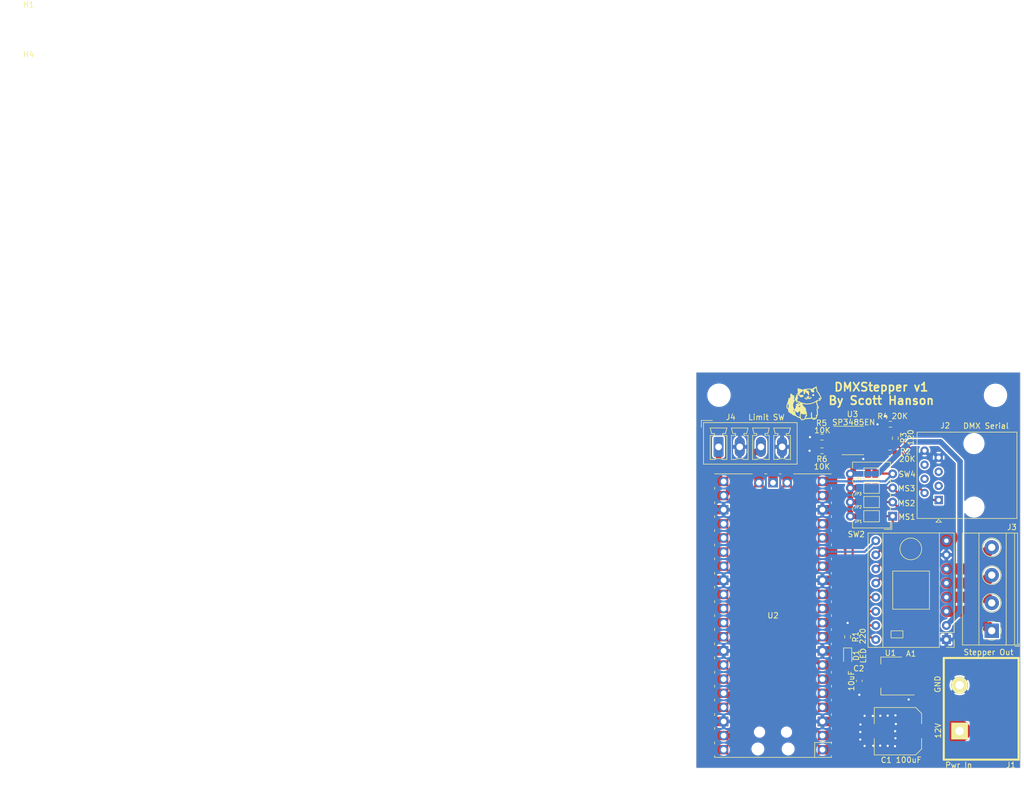
<source format=kicad_pcb>
(kicad_pcb (version 20221018) (generator pcbnew)
  (title_block (title "DMXStepper") (date "2023-03-12") (rev "v1") (company "Scott Hanson"))
  (layers (0 "F.Cu" signal) (31 "B.Cu" signal) (34 "B.Paste" user) (35 "F.Paste" user) (36 "B.SilkS" user "B.Silkscreen") (37 "F.SilkS" user "F.Silkscreen") (38 "B.Mask" user) (39 "F.Mask" user) (44 "Edge.Cuts" user))
  (net 0 "")
  (net 1 "GND")
  (net 2 "+5V")
  (net 3 "+3V3")
  (net 4 "+12V")
  (net 5 "Net-(D1-K)")
  (net 6 "Net-(D1-A)")
  (net 7 "EN")
  (net 8 "MS1")
  (net 9 "MS2")
  (net 10 "MS3")
  (net 11 "Net-(A1-~{RESET})")
  (net 12 "STEP")
  (net 13 "DIR")
  (net 14 "Net-(U3-A)")
  (net 15 "Net-(U3-B)")
  (net 20 "SW4")
  (net 21 "Net-(U3-DE)")
  (net 22 "Net-(U3-DI)")
  (net 27 "DMX_OUT")
  (net 45 "/1B")
  (net 46 "/1A")
  (net 47 "/2A")
  (net 48 "/2B")
  (net 50 "Net-(J4-Pin_3)")
  (net 51 "Net-(J4-Pin_1)")
  (footprint "PicoDMXStepper:BARRIER_BLOCK_1ROW_2POS_P8.26MM" (layer "F.Cu") (at 175.35 125.95 90)
    (fp_text reference "J1" (at -10.125 5.35 180) (layer "F.SilkS"))
    (fp_text value "Pwr In" (at -10.125 -4.05 180) (layer "F.SilkS") (effects (font (thickness 0.1524))))
    (pad "1" thru_hole rect (at -3.99796 -3.8862 90) (size 3 3) (drill 1.5) (layers "*.Cu" "*.Mask" "F.SilkS") (net 4 "+12V"))
    (pad "2" thru_hole circle (at 4.25196 -3.8862 90) (size 3 3) (drill 1.5) (layers "*.Cu" "*.Mask" "F.SilkS") (net 1 "GND"))
  )
  (footprint "Capacitor_SMD:C_Elec_8x10.2" (layer "F.Cu") (at 160.375 129.975 180)
    (fp_text reference "C1" (at 2.1075 -5.2 180) (layer "F.SilkS"))
    (fp_text value "100uF" (at -1.9175 -5.175 180) (layer "F.SilkS"))
    (pad "1" smd roundrect (at -3.6 0 180) (size 4.5 2.1) (layers "F.Cu" "F.Paste" "F.Mask") (roundrect_rratio 0.1190480952) (net 4 "+12V"))
    (pad "2" smd roundrect (at 3.6 0 180) (size 4.5 2.1) (layers "F.Cu" "F.Paste" "F.Mask") (roundrect_rratio 0.1190480952) (net 1 "GND"))
  )
  (footprint "Capacitor_SMD:C_0603_1608Metric_Pad1.08x0.95mm_HandSolder" (layer "F.Cu") (at 153.425 120.925 -90)
    (fp_text reference "C2" (at -2.225 0.1) (layer "F.SilkS"))
    (fp_text value "10uF" (at 0 1.43 -90) (layer "F.SilkS"))
    (pad "1" smd roundrect (at -0.8625 0 270) (size 1.075 0.95) (layers "F.Cu" "F.Paste" "F.Mask") (net 2 "+5V"))
    (pad "2" smd roundrect (at 0.8625 0 270) (size 1.075 0.95) (layers "F.Cu" "F.Paste" "F.Mask") (net 1 "GND"))
  )
  (footprint "MountingHole:MountingHole_3.7mm" (layer "F.Cu") (at 128.175 69.525)
    (fp_text reference "H3")
    (fp_text value "MountingHole")
    (pad "" np_thru_hole circle (at 0 0) (size 3.7 3.7) (drill 3.7) (layers "*.Cu" "*.Mask"))
  )
  (footprint "MountingHole:MountingHole_3.7mm" (layer "F.Cu") (at 177.925 69.55)
    (fp_text reference "H2")
    (fp_text value "MountingHole")
    (pad "" np_thru_hole circle (at 0 0) (size 3.7 3.7) (drill 3.7) (layers "*.Cu" "*.Mask"))
  )
  (footprint "PicoDMXStepper:RJ45_Amphenol_54602-x08_Horizontal" (layer "F.Cu") (at 167.7 88.3825 90)
    (fp_text reference "J2" (at 13.3825 1.175 180) (layer "F.SilkS"))
    (fp_text value "DMX Serial" (at 13.3325 8.525 180) (layer "F.SilkS"))
    (pad "" np_thru_hole circle (at -1.27 6.35 90) (size 3.3 3.3) (drill 3.3) (layers "F&B.Cu" "*.Mask"))
    (pad "" np_thru_hole circle (at 10.16 6.35 90) (size 3.3 3.3) (drill 3.3) (layers "F&B.Cu" "*.Mask"))
    (pad "1" thru_hole rect (at 0 0 90) (size 1.5 1.5) (drill 0.76) (layers "*.Cu" "*.Mask") (net 14 "Net-(U3-A)"))
    (pad "2" thru_hole circle (at 1.27 -2.54 90) (size 1.5 1.5) (drill 0.76) (layers "*.Cu" "*.Mask") (net 15 "Net-(U3-B)"))
    (pad "3" thru_hole circle (at 2.54 0 90) (size 1.5 1.5) (drill 0.76) (layers "*.Cu" "*.Mask"))
    (pad "4" thru_hole circle (at 3.81 -2.54 90) (size 1.5 1.5) (drill 0.76) (layers "*.Cu" "*.Mask"))
    (pad "5" thru_hole circle (at 5.08 0 90) (size 1.5 1.5) (drill 0.76) (layers "*.Cu" "*.Mask"))
    (pad "6" thru_hole circle (at 6.35 -2.54 90) (size 1.5 1.5) (drill 0.76) (layers "*.Cu" "*.Mask"))
    (pad "7" thru_hole circle (at 7.62 0 90) (size 1.5 1.5) (drill 0.76) (layers "*.Cu" "*.Mask") (net 1 "GND"))
    (pad "8" thru_hole circle (at 8.89 -2.54 90) (size 1.5 1.5) (drill 0.76) (layers "*.Cu" "*.Mask") (net 1 "GND"))
  )
  (footprint "Resistor_SMD:R_0603_1608Metric_Pad0.98x0.95mm_HandSolder" (layer "F.Cu") (at 151.325 113 -90)
    (fp_text reference "R1" (at 0 -1.43 90) (layer "F.SilkS"))
    (fp_text value "220" (at -0.125 -2.725 90) (layer "F.SilkS"))
    (pad "1" smd roundrect (at -0.9125 0 270) (size 0.975 0.95) (layers "F.Cu" "F.Paste" "F.Mask") (net 1 "GND"))
    (pad "2" smd roundrect (at 0.9125 0 270) (size 0.975 0.95) (layers "F.Cu" "F.Paste" "F.Mask") (net 5 "Net-(D1-K)"))
  )
  (footprint "Module:Pololu_Breakout-16_15.2x20.3mm" (layer "F.Cu") (at 169.09 113.49 180)
    (fp_text reference "A1" (at 6.35 -2.54) (layer "F.SilkS"))
    (fp_text value "Pololu_Breakout_A4988")
    (pad "1" thru_hole rect (at 0 0 180) (size 1.6 1.6) (drill 0.8) (layers "*.Cu" "*.Mask") (net 1 "GND"))
    (pad "2" thru_hole oval (at 0 2.54 180) (size 1.6 1.6) (drill 0.8) (layers "*.Cu" "*.Mask") (net 3 "+3V3"))
    (pad "3" thru_hole oval (at 0 5.08 180) (size 1.6 1.6) (drill 0.8) (layers "*.Cu" "*.Mask") (net 45 "/1B"))
    (pad "4" thru_hole oval (at 0 7.62 180) (size 1.6 1.6) (drill 0.8) (layers "*.Cu" "*.Mask") (net 46 "/1A"))
    (pad "5" thru_hole oval (at 0 10.16 180) (size 1.6 1.6) (drill 0.8) (layers "*.Cu" "*.Mask") (net 47 "/2A"))
    (pad "6" thru_hole oval (at 0 12.7 180) (size 1.6 1.6) (drill 0.8) (layers "*.Cu" "*.Mask") (net 48 "/2B"))
    (pad "7" thru_hole oval (at 0 15.24 180) (size 1.6 1.6) (drill 0.8) (layers "*.Cu" "*.Mask") (net 1 "GND"))
    (pad "8" thru_hole oval (at 0 17.78 180) (size 1.6 1.6) (drill 0.8) (layers "*.Cu" "*.Mask") (net 4 "+12V"))
    (pad "9" thru_hole oval (at 12.7 17.78 180) (size 1.6 1.6) (drill 0.8) (layers "*.Cu" "*.Mask") (net 7 "EN"))
    (pad "10" thru_hole oval (at 12.7 15.24 180) (size 1.6 1.6) (drill 0.8) (layers "*.Cu" "*.Mask") (net 8 "MS1"))
    (pad "11" thru_hole oval (at 12.7 12.7 180) (size 1.6 1.6) (drill 0.8) (layers "*.Cu" "*.Mask") (net 9 "MS2"))
    (pad "12" thru_hole oval (at 12.7 10.16 180) (size 1.6 1.6) (drill 0.8) (layers "*.Cu" "*.Mask") (net 10 "MS3"))
    (pad "13" thru_hole oval (at 12.7 7.62 180) (size 1.6 1.6) (drill 0.8) (layers "*.Cu" "*.Mask") (net 11 "Net-(A1-~{RESET})"))
    (pad "14" thru_hole oval (at 12.7 5.08 180) (size 1.6 1.6) (drill 0.8) (layers "*.Cu" "*.Mask") (net 11 "Net-(A1-~{RESET})"))
    (pad "15" thru_hole oval (at 12.7 2.54 180) (size 1.6 1.6) (drill 0.8) (layers "*.Cu" "*.Mask") (net 12 "STEP"))
    (pad "16" thru_hole oval (at 12.7 0 180) (size 1.6 1.6) (drill 0.8) (layers "*.Cu" "*.Mask") (net 13 "DIR"))
  )
  (footprint "Jumper:SolderJumper-2_P1.3mm_Open_Pad1.0x1.5mm" (layer "F.Cu") (at 155.625 83.625)
    (fp_text reference "JP4" (at -2.375 1) (layer "F.SilkS") (effects (font (size 0.5 0.5) (thickness 0.1) bold)))
    (fp_text value "SW4" (at 6.4 0.125) (layer "F.SilkS"))
    (pad "1" smd rect (at -0.65 0) (size 1 1.5) (layers "F.Cu" "F.Mask") (net 3 "+3V3"))
    (pad "2" smd rect (at 0.65 0) (size 1 1.5) (layers "F.Cu" "F.Mask") (net 20 "SW4"))
  )
  (footprint "Resistor_SMD:R_0603_1608Metric_Pad0.98x0.95mm_HandSolder" (layer "F.Cu") (at 146.7 77.075 180)
    (fp_text reference "R5" (at 0.075 2.525) (layer "F.SilkS"))
    (fp_text value "10K" (at -0.075 1.225) (layer "F.SilkS"))
    (pad "1" smd roundrect (at -0.9125 0 180) (size 0.975 0.95) (layers "F.Cu" "F.Paste" "F.Mask") (net 21 "Net-(U3-DE)"))
    (pad "2" smd roundrect (at 0.9125 0 180) (size 0.975 0.95) (layers "F.Cu" "F.Paste" "F.Mask") (net 1 "GND"))
  )
  (footprint "Resistor_SMD:R_0603_1608Metric_Pad0.98x0.95mm_HandSolder" (layer "F.Cu") (at 146.7 79.525 180)
    (fp_text reference "R6" (at 0 -1.5) (layer "F.SilkS"))
    (fp_text value "10K" (at 0 -2.85) (layer "F.SilkS"))
    (pad "1" smd roundrect (at -0.9125 0 180) (size 0.975 0.95) (layers "F.Cu" "F.Paste" "F.Mask") (net 22 "Net-(U3-DI)"))
    (pad "2" smd roundrect (at 0.9125 0 180) (size 0.975 0.95) (layers "F.Cu" "F.Paste" "F.Mask") (net 1 "GND"))
  )
  (footprint "Package_TO_SOT_SMD:SOT-223-3_TabPin2" (layer "F.Cu") (at 159.2 120.05 180)
    (fp_text reference "U1" (at 0.175 4.15) (layer "F.SilkS"))
    (fp_text value "AMS1117-5.0")
    (pad "1" smd rect (at -3.15 -2.3 180) (size 2 1.5) (layers "F.Cu" "F.Paste" "F.Mask") (net 1 "GND"))
    (pad "2" smd rect (at -3.15 0 180) (size 2 1.5) (layers "F.Cu" "F.Paste" "F.Mask") (net 2 "+5V"))
    (pad "2" smd rect (at 3.15 0 180) (size 2 3.8) (layers "F.Cu" "F.Paste" "F.Mask") (net 2 "+5V"))
    (pad "3" smd rect (at -3.15 2.3 180) (size 2 1.5) (layers "F.Cu" "F.Paste" "F.Mask") (net 4 "+12V"))
  )
  (footprint "TerminalBlock_Phoenix:TerminalBlock_Phoenix_MKDS-1,5-4_1x04_P5.00mm_Horizontal" (layer "F.Cu") (at 177.25 111.9 90)
    (fp_text reference "J3" (at 18.625 3.625 180) (layer "F.SilkS"))
    (fp_text value "Stepper Out" (at -3.875 -0.575 180) (layer "F.SilkS"))
    (pad "1" thru_hole rect (at 0 0 90) (size 2.6 2.6) (drill 1.3) (layers "*.Cu" "*.Mask") (net 45 "/1B"))
    (pad "2" thru_hole circle (at 5 0 90) (size 2.6 2.6) (drill 1.3) (layers "*.Cu" "*.Mask") (net 46 "/1A"))
    (pad "3" thru_hole circle (at 10 0 90) (size 2.6 2.6) (drill 1.3) (layers "*.Cu" "*.Mask") (net 47 "/2A"))
    (pad "4" thru_hole circle (at 15 0 90) (size 2.6 2.6) (drill 1.3) (layers "*.Cu" "*.Mask") (net 48 "/2B"))
  )
  (footprint "Jumper:SolderJumper-2_P1.3mm_Open_Pad1.0x1.5mm" (layer "F.Cu") (at 155.625 86.175)
    (fp_text reference "JP3" (at -2.45 1.1) (layer "F.SilkS") (effects (font (size 0.5 0.5) (thickness 0.1) bold)))
    (fp_text value "MS3" (at 6.325 0.125) (layer "F.SilkS"))
    (pad "1" smd rect (at -0.65 0) (size 1 1.5) (layers "F.Cu" "F.Mask") (net 3 "+3V3"))
    (pad "2" smd rect (at 0.65 0) (size 1 1.5) (layers "F.Cu" "F.Mask") (net 10 "MS3"))
  )
  (footprint "MountingHole:MountingHole_3.7mm" (layer "F.Cu") (at 3.975 3.975)
    (fp_text reference "H1" (at 0 -4.7) (layer "F.SilkS"))
    (fp_text value "MountingHole")
    (pad "" np_thru_hole circle (at 0 0) (size 3.7 3.7) (drill 3.7) (layers "*.Cu" "*.Mask"))
  )
  (footprint "Jumper:SolderJumper-2_P1.3mm_Open_Pad1.0x1.5mm" (layer "F.Cu") (at 155.625 91.3)
    (fp_text reference "JP1" (at -2.375 0.925) (layer "F.SilkS") (effects (font (size 0.5 0.5) (thickness 0.1) bold)))
    (fp_text value "MS1" (at 6.375 0.125) (layer "F.SilkS"))
    (pad "1" smd rect (at -0.65 0) (size 1 1.5) (layers "F.Cu" "F.Mask") (net 3 "+3V3"))
    (pad "2" smd rect (at 0.65 0) (size 1 1.5) (layers "F.Cu" "F.Mask") (net 8 "MS1"))
  )
  (footprint "LED_SMD:LED_0603_1608Metric_Pad1.05x0.95mm_HandSolder" (layer "F.Cu") (at 151.325 116.65 -90)
    (fp_text reference "D1" (at -0.3125 -1.525 90) (layer "F.SilkS"))
    (fp_text value "LED" (at -0.2625 -2.8 90) (layer "F.SilkS"))
    (pad "1" smd roundrect (at -0.875 0 270) (size 1.05 0.95) (layers "F.Cu" "F.Paste" "F.Mask") (net 5 "Net-(D1-K)"))
    (pad "2" smd roundrect (at 0.875 0 270) (size 1.05 0.95) (layers "F.Cu" "F.Paste" "F.Mask") (net 6 "Net-(D1-A)"))
  )
  (footprint "Resistor_SMD:R_0603_1608Metric_Pad0.98x0.95mm_HandSolder" (layer "F.Cu") (at 159.025 74.75 180)
    (fp_text reference "R4" (at 1.375 1.425) (layer "F.SilkS"))
    (fp_text value "20K" (at -1.675 1.45) (layer "F.SilkS"))
    (pad "1" smd roundrect (at -0.9125 0 180) (size 0.975 0.95) (layers "F.Cu" "F.Paste" "F.Mask") (net 15 "Net-(U3-B)"))
    (pad "2" smd roundrect (at 0.9125 0 180) (size 0.975 0.95) (layers "F.Cu" "F.Paste" "F.Mask") (net 1 "GND"))
  )
  (footprint "MountingHole:MountingHole_3.7mm" (layer "F.Cu") (at 3.975 12.925)
    (fp_text reference "H4" (at 0 -4.7) (layer "F.SilkS"))
    (fp_text value "MountingHole")
    (pad "" np_thru_hole circle (at 0 0) (size 3.7 3.7) (drill 3.7) (layers "*.Cu" "*.Mask"))
  )
  (footprint "Connector_Phoenix_MC:PhoenixContact_MCV_1,5_4-G-3.81_1x04_P3.81mm_Vertical" (layer "F.Cu") (at 128.1 78.825)
    (fp_text reference "J4" (at 2.195 -5.35) (layer "F.SilkS"))
    (fp_text value "Limit SW" (at 8.62 -5.325) (layer "F.SilkS"))
    (pad "1" thru_hole roundrect (at 0 0) (size 1.8 3.6) (drill 1.2) (layers "*.Cu" "*.Mask") (roundrect_rratio 0.1388888889) (net 51 "Net-(J4-Pin_1)"))
    (pad "2" thru_hole oval (at 3.81 0) (size 1.8 3.6) (drill 1.2) (layers "*.Cu" "*.Mask") (net 1 "GND"))
    (pad "3" thru_hole oval (at 7.62 0) (size 1.8 3.6) (drill 1.2) (layers "*.Cu" "*.Mask") (net 50 "Net-(J4-Pin_3)"))
    (pad "4" thru_hole oval (at 11.43 0) (size 1.8 3.6) (drill 1.2) (layers "*.Cu" "*.Mask") (net 1 "GND"))
  )
  (footprint "Jumper:SolderJumper-2_P1.3mm_Open_Pad1.0x1.5mm" (layer "F.Cu") (at 155.625 88.75)
    (fp_text reference "JP2" (at -2.425 0.9) (layer "F.SilkS") (effects (font (size 0.5 0.5) (thickness 0.1) bold)))
    (fp_text value "MS2" (at 6.325 0.225) (layer "F.SilkS"))
    (pad "1" smd rect (at -0.65 0) (size 1 1.5) (layers "F.Cu" "F.Mask") (net 3 "+3V3"))
    (pad "2" smd rect (at 0.65 0) (size 1 1.5) (layers "F.Cu" "F.Mask") (net 9 "MS2"))
  )
  (footprint "Package_SO:SOIC-8_3.9x4.9mm_P1.27mm" (layer "F.Cu") (at 152.25 77.675)
    (fp_text reference "U3" (at -0.05 -4.725) (layer "F.SilkS"))
    (fp_text value "SP3485EN" (at 0.15 -3.275) (layer "F.SilkS"))
    (pad "1" smd roundrect (at -2.475 -1.905) (size 1.95 0.6) (layers "F.Cu" "F.Paste" "F.Mask") (net 27 "DMX_OUT"))
    (pad "2" smd roundrect (at -2.475 -0.635) (size 1.95 0.6) (layers "F.Cu" "F.Paste" "F.Mask") (net 21 "Net-(U3-DE)"))
    (pad "3" smd roundrect (at -2.475 0.635) (size 1.95 0.6) (layers "F.Cu" "F.Paste" "F.Mask") (net 21 "Net-(U3-DE)"))
    (pad "4" smd roundrect (at -2.475 1.905) (size 1.95 0.6) (layers "F.Cu" "F.Paste" "F.Mask") (net 22 "Net-(U3-DI)"))
    (pad "5" smd roundrect (at 2.475 1.905) (size 1.95 0.6) (layers "F.Cu" "F.Paste" "F.Mask") (net 1 "GND"))
    (pad "6" smd roundrect (at 2.475 0.635) (size 1.95 0.6) (layers "F.Cu" "F.Paste" "F.Mask") (net 14 "Net-(U3-A)"))
    (pad "7" smd roundrect (at 2.475 -0.635) (size 1.95 0.6) (layers "F.Cu" "F.Paste" "F.Mask") (net 15 "Net-(U3-B)"))
    (pad "8" smd roundrect (at 2.475 -1.905) (size 1.95 0.6) (layers "F.Cu" "F.Paste" "F.Mask") (net 3 "+3V3"))
  )
  (footprint "Resistor_SMD:R_0603_1608Metric_Pad0.98x0.95mm_HandSolder" (layer "F.Cu") (at 158.975 79.925)
    (fp_text reference "R2" (at 2.75 -0.275) (layer "F.SilkS"))
    (fp_text value "20K" (at 3.075 1.075) (layer "F.SilkS"))
    (pad "1" smd roundrect (at -0.9125 0) (size 0.975 0.95) (layers "F.Cu" "F.Paste" "F.Mask") (net 3 "+3V3"))
    (pad "2" smd roundrect (at 0.9125 0) (size 0.975 0.95) (layers "F.Cu" "F.Paste" "F.Mask") (net 14 "Net-(U3-A)"))
  )
  (footprint "PicoDMXStepper:chewi_10" (layer "F.Cu") (at 143.35 70.2)
    (fp_text reference "G***")
    (fp_text value "LOGO" hide)
  )
  (footprint "MCU_RaspberryPi_and_Boards:RPi_Pico_SMD_TH" (layer "F.Cu") (at 137.9 109.175 180)
    (fp_text reference "U2" (at 0 0) (layer "F.SilkS"))
    (fp_text value "Pico")
    (pad "" np_thru_hole oval (at -2.725 -24 180) (size 1.8 1.8) (drill 1.8) (layers "*.Cu" "*.Mask"))
    (pad "" np_thru_hole oval (at -2.425 -20.97 180) (size 1.5 1.5) (drill 1.5) (layers "*.Cu" "*.Mask"))
    (pad "" np_thru_hole oval (at 2.425 -20.97 180) (size 1.5 1.5) (drill 1.5) (layers "*.Cu" "*.Mask"))
    (pad "" np_thru_hole oval (at 2.725 -24 180) (size 1.8 1.8) (drill 1.8) (layers "*.Cu" "*.Mask"))
    (pad "1" thru_hole oval (at -8.89 -24.13 180) (size 1.7 1.7) (drill 1.02) (layers "*.Cu" "*.Mask"))
    (pad "1" smd rect (at -8.89 -24.13 180) (size 3.5 1.7) (drill (offset -0.9 0)) (layers "F.Cu" "F.Mask"))
    (pad "2" thru_hole oval (at -8.89 -21.59 180) (size 1.7 1.7) (drill 1.02) (layers "*.Cu" "*.Mask"))
    (pad "2" smd rect (at -8.89 -21.59 180) (size 3.5 1.7) (drill (offset -0.9 0)) (layers "F.Cu" "F.Mask"))
    (pad "3" thru_hole rect (at -8.89 -19.05 180) (size 1.7 1.7) (drill 1.02) (layers "*.Cu" "*.Mask") (net 1 "GND"))
    (pad "3" smd rect (at -8.89 -19.05 180) (size 3.5 1.7) (drill (offset -0.9 0)) (layers "F.Cu" "F.Mask") (net 1 "GND"))
    (pad "4" thru_hole oval (at -8.89 -16.51 180) (size 1.7 1.7) (drill 1.02) (layers "*.Cu" "*.Mask") (net 6 "Net-(D1-A)"))
    (pad "4" smd rect (at -8.89 -16.51 180) (size 3.5 1.7) (drill (offset -0.9 0)) (layers "F.Cu" "F.Mask") (net 6 "Net-(D1-A)"))
    (pad "5" thru_hole oval (at -8.89 -13.97 180) (size 1.7 1.7) (drill 1.02) (layers "*.Cu" "*.Mask"))
    (pad "5" smd rect (at -8.89 -13.97 180) (size 3.5 1.7) (drill (offset -0.9 0)) (layers "F.Cu" "F.Mask"))
    (pad "6" thru_hole oval (at -8.89 -11.43 180) (size 1.7 1.7) (drill 1.02) (layers "*.Cu" "*.Mask"))
    (pad "6" smd rect (at -8.89 -11.43 180) (size 3.5 1.7) (drill (offset -0.9 0)) (layers "F.Cu" "F.Mask"))
    (pad "7" thru_hole oval (at -8.89 -8.89 180) (size 1.7 1.7) (drill 1.02) (layers "*.Cu" "*.Mask") (net 27 "DMX_OUT"))
    (pad "7" smd rect (at -8.89 -8.89 180) (size 3.5 1.7) (drill (offset -0.9 0)) (layers "F.Cu" "F.Mask") (net 27 "DMX_OUT"))
    (pad "8" thru_hole rect (at -8.89 -6.35 180) (size 1.7 1.7) (drill 1.02) (layers "*.Cu" "*.Mask") (net 1 "GND"))
    (pad "8" smd rect (at -8.89 -6.35 180) (size 3.5 1.7) (drill (offset -0.9 0)) (layers "F.Cu" "F.Mask") (net 1 "GND"))
    (pad "9" thru_hole oval (at -8.89 -3.81 180) (size 1.7 1.7) (drill 1.02) (layers "*.Cu" "*.Mask"))
    (pad "9" smd rect (at -8.89 -3.81 180) (size 3.5 1.7) (drill (offset -0.9 0)) (layers "F.Cu" "F.Mask"))
    (pad "10" thru_hole oval (at -8.89 -1.27 180) (size 1.7 1.7) (drill 1.02) (layers "*.Cu" "*.Mask"))
    (pad "10" smd rect (at -8.89 -1.27 180) (size 3.5 1.7) (drill (offset -0.9 0)) (layers "F.Cu" "F.Mask"))
    (pad "11" thru_hole oval (at -8.89 1.27 180) (size 1.7 1.7) (drill 1.02) (layers "*.Cu" "*.Mask"))
    (pad "11" smd rect (at -8.89 1.27 180) (size 3.5 1.7) (drill (offset -0.9 0)) (layers "F.Cu" "F.Mask"))
    (pad "12" thru_hole oval (at -8.89 3.81 180) (size 1.7 1.7) (drill 1.02) (layers "*.Cu" "*.Mask"))
    (pad "12" smd rect (at -8.89 3.81 180) (size 3.5 1.7) (drill (offset -0.9 0)) (layers "F.Cu" "F.Mask"))
    (pad "13" thru_hole rect (at -8.89 6.35 180) (size 1.7 1.7) (drill 1.02) (layers "*.Cu" "*.Mask") (net 1 "GND"))
    (pad "13" smd rect (at -8.89 6.35 180) (size 3.5 1.7) (drill (offset -0.9 0)) (layers "F.Cu" "F.Mask") (net 1 "GND"))
    (pad "14" thru_hole oval (at -8.89 8.89 180) (size 1.7 1.7) (drill 1.02) (layers "*.Cu" "*.Mask"))
    (pad "14" smd rect (at -8.89 8.89 180) (size 3.5 1.7) (drill (offset -0.9 0)) (layers "F.Cu" "F.Mask"))
    (pad "15" thru_hole oval (at -8.89 11.43 180) (size 1.7 1.7) (drill 1.02) (layers "*.Cu" "*.Mask") (net 7 "EN"))
    (pad "15" smd rect (at -8.89 11.43 180) (size 3.5 1.7) (drill (offset -0.9 0)) (layers "F.Cu" "F.Mask") (net 7 "EN"))
    (pad "16" thru_hole oval (at -8.89 13.97 180) (size 1.7 1.7) (drill 1.02) (layers "*.Cu" "*.Mask") (net 13 "DIR"))
    (pad "16" smd rect (at -8.89 13.97 180) (size 3.5 1.7) (drill (offset -0.9 0)) (layers "F.Cu" "F.Mask") (net 13 "DIR"))
    (pad "17" thru_hole oval (at -8.89 16.51 180) (size 1.7 1.7) (drill 1.02) (layers "*.Cu" "*.Mask") (net 12 "STEP"))
    (pad "17" smd rect (at -8.89 16.51 180) (size 3.5 1.7) (drill (offset -0.9 0)) (layers "F.Cu" "F.Mask") (net 12 "STEP"))
    (pad "18" thru_hole rect (at -8.89 19.05 180) (size 1.7 1.7) (drill 1.02) (layers "*.Cu" "*.Mask") (net 1 "GND"))
    (pad "18" smd rect (at -8.89 19.05 180) (size 3.5 1.7) (drill (offset -0.9 0)) (layers "F.Cu" "F.Mask") (net 1 "GND"))
    (pad "19" thru_hole oval (at -8.89 21.59 180) (size 1.7 1.7) (drill 1.02) (layers "*.Cu" "*.Mask"))
    (pad "19" smd rect (at -8.89 21.59 180) (size 3.5 1.7) (drill (offset -0.9 0)) (layers "F.Cu" "F.Mask"))
    (pad "20" thru_hole oval (at -8.89 24.13 180) (size 1.7 1.7) (drill 1.02) (layers "*.Cu" "*.Mask") (net 20 "SW4"))
    (pad "20" smd rect (at -8.89 24.13 180) (size 3.5 1.7) (drill (offset -0.9 0)) (layers "F.Cu" "F.Mask") (net 20 "SW4"))
    (pad "21" thru_hole oval (at 8.89 24.13 180) (size 1.7 1.7) (drill 1.02) (layers "*.Cu" "*.Mask") (net 51 "Net-(J4-Pin_1)"))
    (pad "21" smd rect (at 8.89 24.13 180) (size 3.5 1.7) (drill (offset 0.9 0)) (layers "F.Cu" "F.Mask") (net 51 "Net-(J4-Pin_1)"))
    (pad "22" thru_hole oval (at 8.89 21.59 180) (size 1.7 1.7) (drill 1.02) (layers "*.Cu" "*.Mask") (net 50 "Net-(J4-Pin_3)"))
    (pad "22" smd rect (at 8.89 21.59 180) (size 3.5 1.7) (drill (offset 0.9 0)) (layers "F.Cu" "F.Mask") (net 50 "Net-(J4-Pin_3)"))
    (pad "23" thru_hole rect (at 8.89 19.05 180) (size 1.7 1.7) (drill 1.02) (layers "*.Cu" "*.Mask") (net 1 "GND"))
    (pad "23" smd rect (at 8.89 19.05 180) (size 3.5 1.7) (drill (offset 0.9 0)) (layers "F.Cu" "F.Mask") (net 1 "GND"))
    (pad "24" thru_hole oval (at 8.89 16.51 180) (size 1.7 1.7) (drill 1.02) (layers "*.Cu" "*.Mask"))
    (pad "24" smd rect (at 8.89 16.51 180) (size 3.5 1.7) (drill (offset 0.9 0)) (layers "F.Cu" "F.Mask"))
    (pad "25" thru_hole oval (at 8.89 13.97 180) (size 1.7 1.7) (drill 1.02) (layers "*.Cu" "*.Mask"))
    (pad "25" smd rect (at 8.89 13.97 180) (size 3.5 1.7) (drill (offset 0.9 0)) (layers "F.Cu" "F.Mask"))
    (pad "26" thru_hole oval (at 8.89 11.43 180) (size 1.7 1.7) (drill 1.02) (layers "*.Cu" "*.Mask"))
    (pad "26" smd rect (at 8.89 11.43 180) (size 3.5 1.7) (drill (offset 0.9 0)) (layers "F.Cu" "F.Mask"))
    (pad "27" thru_hole oval (at 8.89 8.89 180) (size 1.7 1.7) (drill 1.02) (layers "*.Cu" "*.Mask"))
    (pad "27" smd rect (at 8.89 8.89 180) (size 3.5 1.7) (drill (offset 0.9 0)) (layers "F.Cu" "F.Mask"))
    (pad "28" thru_hole rect (at 8.89 6.35 180) (size 1.7 1.7) (drill 1.02) (layers "*.Cu" "*.Mask") (net 1 "GND"))
    (pad "28" smd rect (at 8.89 6.35 180) (size 3.5 1.7) (drill (offset 0.9 0)) (layers "F.Cu" "F.Mask") (net 1 "GND"))
    (pad "29" thru_hole oval (at 8.89 3.81 180) (size 1.7 1.7) (drill 1.02) (layers "*.Cu" "*.Mask"))
    (pad "29" smd rect (at 8.89 3.81 180) (size 3.5 1.7) (drill (offset 0.9 0)) (layers "F.Cu" "F.Mask"))
    (pad "30" thru_hole oval (at 8.89 1.27 180) (size 1.7 1.7) (drill 1.02) (layers "*.Cu" "*.Mask"))
    (pad "30" smd rect (at 8.89 1.27 180) (size 3.5 1.7) (drill (offset 0.9 0)) (layers "F.Cu" "F.Mask"))
    (pad "31" thru_hole oval (at 8.89 -1.27 180) (size 1.7 1.7) (drill 1.02) (layers "*.Cu" "*.Mask"))
    (pad "31" smd rect (at 8.89 -1.27 180) (size 3.5 1.7) (drill (offset 0.9 0)) (layers "F.Cu" "F.Mask"))
    (pad "32" thru_hole oval (at 8.89 -3.81 180) (size 1.7 1.7) (drill 1.02) (layers "*.Cu" "*.Mask"))
    (pad "32" smd rect (at 8.89 -3.81 180) (size 3.5 1.7) (drill (offset 0.9 0)) (layers "F.Cu" "F.Mask"))
    (pad "33" thru_hole rect (at 8.89 -6.35 180) (size 1.7 1.7) (drill 1.02) (layers "*.Cu" "*.Mask") (net 1 "GND"))
    (pad "33" smd rect (at 8.89 -6.35 180) (size 3.5 1.7) (drill (offset 0.9 0)) (layers "F.Cu" "F.Mask") (net 1 "GND"))
    (pad "34" thru_hole oval (at 8.89 -8.89 180) (size 1.7 1.7) (drill 1.02) (layers "*.Cu" "*.Mask"))
    (pad "34" smd rect (at 8.89 -8.89 180) (size 3.5 1.7) (drill (offset 0.9 0)) (layers "F.Cu" "F.Mask"))
    (pad "35" thru_hole oval (at 8.89 -11.43 180) (size 1.7 1.7) (drill 1.02) (layers "*.Cu" "*.Mask"))
    (pad "35" smd rect (at 8.89 -11.43 180) (size 3.5 1.7) (drill (offset 0.9 0)) (layers "F.Cu" "F.Mask"))
    (pad "36" thru_hole oval (at 8.89 -13.97 180) (size 1.7 1.7) (drill 1.02) (layers "*.Cu" "*.Mask") (net 3 "+3V3"))
    (pad "36" smd rect (at 8.89 -13.97 180) (size 3.5 1.7) (drill (offset 0.9 0)) (layers "F.Cu" "F.Mask") (net 3 "+3V3"))
    (pad "37" thru_hole oval (at 8.89 -16.51 180) (size 1.7 1.7) (drill 1.02) (layers "*.Cu" "*.Mask"))
    (pad "37" smd rect (at 8.89 -16.51 180) (size 3.5 1.7) (drill (offset 0.9 0)) (layers "F.Cu" "F.Mask"))
    (pad "38" thru_hole rect (at 8.89 -19.05 180) (size 1.7 1.7) (drill 1.02) (layers "*.Cu" "*.Mask") (net 1 "GND"))
    (pad "38" smd rect (at 8.89 -19.05 180) (size 3.5 1.7) (drill (offset 0.9 0)) (layers "F.Cu" "F.Mask") (net 1 "GND"))
    (pad "39" thru_hole oval (at 8.89 -21.59 180) (size 1.7 1.7) (drill 1.02) (layers "*.Cu" "*.Mask") (net 2 "+5V"))
    (pad "39" smd rect (at 8.89 -21.59 180) (size 3.5 1.7) (drill (offset 0.9 0)) (layers "F.Cu" "F.Mask") (net 2 "+5V"))
    (pad "40" thru_hole oval (at 8.89 -24.13 180) (size 1.7 1.7) (drill 1.02) (layers "*.Cu" "*.Mask"))
    (pad "40" smd rect (at 8.89 -24.13 180) (size 3.5 1.7) (drill (offset 0.9 0)) (layers "F.Cu" "F.Mask"))
    (pad "41" thru_hole oval (at -2.54 23.9 180) (size 1.7 1.7) (drill 1.02) (layers "*.Cu" "*.Mask"))
    (pad "41" smd rect (at -2.54 23.9 270) (size 3.5 1.7) (drill (offset -0.9 0)) (layers "F.Cu" "F.Mask"))
    (pad "42" thru_hole rect (at 0 23.9 180) (size 1.7 1.7) (drill 1.02) (layers "*.Cu" "*.Mask"))
    (pad "42" smd rect (at 0 23.9 270) (size 3.5 1.7) (drill (offset -0.9 0)) (layers "F.Cu" "F.Mask"))
    (pad "43" thru_hole oval (at 2.54 23.9 180) (size 1.7 1.7) (drill 1.02) (layers "*.Cu" "*.Mask"))
    (pad "43" smd rect (at 2.54 23.9 270) (size 3.5 1.7) (drill (offset -0.9 0)) (layers "F.Cu" "F.Mask"))
  )
  (footprint "Button_Switch_THT:SW_DIP_SPSTx04_Slide_6.7x11.72mm_W7.62mm_P2.54mm_LowProfile" (layer "F.Cu") (at 159.425 91.3 180)
    (fp_text reference "SW2" (at 6.55 -3.25) (layer "F.SilkS"))
    (fp_text value "SW_DIP_x04")
    (pad "1" thru_hole rect (at 0 0 180) (size 1.6 1.6) (drill 0.8) (layers "*.Cu" "*.Mask") (net 8 "MS1"))
    (pad "2" thru_hole oval (at 0 2.54 180) (size 1.6 1.6) (drill 0.8) (layers "*.Cu" "*.Mask") (net 9 "MS2"))
    (pad "3" thru_hole oval (at 0 5.08 180) (size 1.6 1.6) (drill 0.8) (layers "*.Cu" "*.Mask") (net 10 "MS3"))
    (pad "4" thru_hole oval (at 0 7.62 180) (size 1.6 1.6) (drill 0.8) (layers "*.Cu" "*.Mask") (net 20 "SW4"))
    (pad "5" thru_hole oval (at 7.62 7.62 180) (size 1.6 1.6) (drill 0.8) (layers "*.Cu" "*.Mask") (net 3 "+3V3"))
    (pad "6" thru_hole oval (at 7.62 5.08 180) (size 1.6 1.6) (drill 0.8) (layers "*.Cu" "*.Mask") (net 3 "+3V3"))
    (pad "7" thru_hole oval (at 7.62 2.54 180) (size 1.6 1.6) (drill 0.8) (layers "*.Cu" "*.Mask") (net 3 "+3V3"))
    (pad "8" thru_hole oval (at 7.62 0 180) (size 1.6 1.6) (drill 0.8) (layers "*.Cu" "*.Mask") (net 3 "+3V3"))
  )
  (footprint "Resistor_SMD:R_0603_1608Metric_Pad0.98x0.95mm_HandSolder" (layer "F.Cu") (at 159.9 77.275 90)
    (fp_text reference "R3" (at 0.1 1.5 90) (layer "F.SilkS"))
    (fp_text value "120" (at 0.15 2.775 90) (layer "F.SilkS"))
    (pad "1" smd roundrect (at -0.9125 0 90) (size 0.975 0.95) (layers "F.Cu" "F.Paste" "F.Mask") (net 14 "Net-(U3-A)"))
    (pad "2" smd roundrect (at 0.9125 0 90) (size 0.975 0.95) (layers "F.Cu" "F.Paste" "F.Mask") (net 15 "Net-(U3-B)"))
  )
  (gr_line (start 182.4 65.425) (end 124.075 65.425) (stroke (width 0.05)) (layer "Edge.Cuts"))
  (gr_line (start 182.4 136.6) (end 182.4 65.425) (stroke (width 0.05)) (layer "Edge.Cuts"))
  (gr_line (start 124.075 136.6) (end 182.4 136.6) (stroke (width 0.05)) (layer "Edge.Cuts"))
  (gr_line (start 124.075 65.425) (end 124.075 136.6) (stroke (width 0.05)) (layer "Edge.Cuts"))
  (gr_text "12V" (at 167.6 129.9 90) (layer "F.SilkS") (effects (font (size 1 1))))
  (gr_text "${TITLE} ${REVISION}\nBy ${COMPANY}" (at 157.375 69.275) (layer "F.SilkS") (effects (font (size 1.5 1.5) (thickness 0.3))))
  (gr_text "GND" (at 167.525 121.525 90) (layer "F.SilkS") (effects (font (size 1 1))))
  (segment (start 162.35 122.35) (end 162.35 124.7) (width 1) (layer "F.Cu") (net 1))
  (segment (start 158.1125 74.75) (end 156.725 74.75) (width 1) (layer "F.Cu") (net 1))
  (segment (start 162.35 124.7) (end 159.925 127.125) (width 1) (layer "F.Cu") (net 1))
  (segment (start 158.075 74.7125) (end 158.1125 74.75) (width 1) (layer "F.Cu") (net 1))
  (segment (start 154.725 79.58) (end 154.725 80.425) (width 1) (layer "F.Cu") (net 1))
  (segment (start 153.425 121.7875) (end 153.425 123.425) (width 1) (layer "F.Cu") (net 1))
  (segment (start 156.725 74.75) (end 156.7 74.775) (width 1) (layer "F.Cu") (net 1))
  (segment (start 144.55 77.075) (end 145.7875 77.075) (width 0.5) (layer "F.Cu") (net 1))
  (segment (start 144.475 79.525) (end 145.7875 79.525) (width 0.5) (layer "F.Cu") (net 1))
  (segment (start 151.325 112.0875) (end 151.325 110.5) (width 0.5) (layer "F.Cu") (net 1))
  (segment (start 153.425 123.425) (end 153.425 126.25) (width 1) (layer "F.Cu") (net 1))
  (segment (start 153.425 126.25) (end 154.375 127.2) (width 1) (layer "F.Cu") (net 1))
  (segment (start 154.725 80.425) (end 154.15 81) (width 1) (layer "F.Cu") (net 1))
  (segment (start 158.075 73.275) (end 158.075 74.7125) (width 1) (layer "F.Cu") (net 1))
  (via (at 151.325 110.5) (size 0.8) (drill 0.4) (layers "F.Cu" "B.Cu") (net 1))
  (via (at 153.6 130.125) (size 0.8) (drill 0.4) (layers "F.Cu" "B.Cu") (net 1))
  (via (at 157.2 127.2) (size 0.8) (drill 0.4) (layers "F.Cu" "B.Cu") (net 1))
  (via (at 153.6 131.475) (size 0.8) (drill 0.4) (layers "F.Cu" "B.Cu") (net 1))
  (via (at 154.15 81) (size 0.8) (drill 0.4) (layers "F.Cu" "B.Cu") (net 1))
  (via (at 158.525 132.6) (size 0.8) (drill 0.4) (layers "F.Cu" "B.Cu") (net 1))
  (via (at 159.925 131.25) (size 0.8) (drill 0.4) (layers "F.Cu" "B.Cu") (net 1))
  (via (at 155.85 127.225) (size 0.8) (drill 0.4) (layers "F.Cu" "B.Cu") (net 1))
  (via (at 153.425 123.425) (size 0.8) (drill 0.4) (layers "F.Cu" "B.Cu") (net 1))
  (via (at 154.375 127.2) (size 0.8) (drill 0.4) (layers "F.Cu" "B.Cu") (net 1))
  (via (at 158.075 73.275) (size 0.8) (drill 0.4) (layers "F.Cu" "B.Cu") (net 1))
  (via (at 156.7 74.775) (size 0.8) (drill 0.4) (layers "F.Cu" "B.Cu") (net 1))
  (via (at 160 128.675) (size 0.8) (drill 0.4) (layers "F.Cu" "B.Cu") (net 1))
  (via (at 159.85 132.675) (size 0.8) (drill 0.4) (layers "F.Cu" "B.Cu") (net 1))
  (via (at 159.875 129.975) (size 0.8) (drill 0.4) (layers "F.Cu" "B.Cu") (net 1))
  (via (at 144.55 77.075) (size 0.8) (drill 0.4) (layers "F.Cu" "B.Cu") (net 1))
  (via (at 153.625 128.775) (size 0.8) (drill 0.4) (layers "F.Cu" "B.Cu") (net 1))
  (via (at 158.525 127.175) (size 0.8) (drill 0.4) (layers "F.Cu" "B.Cu") (net 1))
  (via (at 159.925 127.125) (size 0.8) (drill 0.4) (layers "F.Cu" "B.Cu") (net 1))
  (via (at 154.375 132.625) (size 0.8) (drill 0.4) (layers "F.Cu" "B.Cu") (net 1))
  (via (at 162.3 124.275) (size 0.8) (drill 0.4) (layers "F.Cu" "B.Cu") (net 1))
  (via (at 144.475 79.525) (size 0.8) (drill 0.4) (layers "F.Cu" "B.Cu") (net 1))
  (via (at 155.925 132.6) (size 0.8) (drill 0.4) (layers "F.Cu" "B.Cu") (net 1))
  (via (at 157.175 132.575) (size 0.8) (drill 0.4) (layers "F.Cu" "B.Cu") (net 1))
  (segment (start 153.425 120.0625) (end 152.9125 120.0625) (width 1) (layer "F.Cu") (net 2))
  (segment (start 132.9 135.625) (end 131.125 133.85) (width 1) (layer "F.Cu") (net 2))
  (segment (start 153.425 120.0625) (end 156.0375 120.0625) (width 1) (layer "F.Cu") (net 2))
  (segment (start 149.5 135.625) (end 132.9 135.625) (width 1) (layer "F.Cu") (net 2))
  (segment (start 131.125 133.85) (end 131.125 131.575) (width 1) (layer "F.Cu") (net 2))
  (segment (start 152.9125 120.0625) (end 151.925 121.05) (width 1) (layer "F.Cu") (net 2))
  (segment (start 162.35 120.05) (end 156.05 120.05) (width 1) (layer "F.Cu") (net 2))
  (segment (start 130.315 130.765) (end 129.01 130.765) (width 1) (layer "F.Cu") (net 2))
  (segment (start 151.925 121.05) (end 151.925 133.2) (width 1) (layer "F.Cu") (net 2))
  (segment (start 131.125 131.575) (end 130.315 130.765) (width 1) (layer "F.Cu") (net 2))
  (segment (start 151.925 133.2) (end 149.5 135.625) (width 1) (layer "F.Cu") (net 2))
  (segment (start 156.0375 120.0625) (end 156.05 120.05) (width 1) (layer "F.Cu") (net 2))
  (segment (start 151.805 83.68) (end 152.325 83.16) (width 1) (layer "F.Cu") (net 3))
  (segment (start 151.975 74.77) (end 153.725 74.77) (width 1) (layer "F.Cu") (net 3))
  (segment (start 152.325 75.12) (end 151.975 74.77) (width 1) (layer "F.Cu") (net 3))
  (segment (start 142.325 75.7) (end 143.255 74.77) (width 1) (layer "F.Cu") (net 3))
  (segment (start 152.325 83.16) (end 152.325 75.12) (width 1) (layer "F.Cu") (net 3))
  (segment (start 154.975 88.75) (end 151.815 88.75) (width 1) (layer "F.Cu") (net 3))
  (segment (start 151.815 88.75) (end 151.805 88.76) (width 1) (layer "F.Cu") (net 3))
  (segment (start 154.975 82.275) (end 154.975 83.625) (width 1) (layer "F.Cu") (net 3))
  (segment (start 154.92 83.68) (end 154.975 83.625) (width 1) (layer "F.Cu") (net 3))
  (segment (start 158.0625 79.925) (end 157.325 79.925) (width 1) (layer "F.Cu") (net 3))
  (segment (start 151.85 86.175) (end 151.805 86.22) (width 1) (layer "F.Cu") (net 3))
  (segment (start 151.805 91.3) (end 151.805 83.68) (width 1) (layer "F.Cu") (net 3))
  (segment (start 154.975 86.175) (end 151.85 86.175) (width 1) (layer "F.Cu") (net 3))
  (segment (start 129.01 123.145) (end 129.21 123.345) (width 1) (layer "F.Cu") (net 3))
  (segment (start 151.805 83.68) (end 154.92 83.68) (width 1) (layer "F.Cu") (net 3))
  (segment (start 153.725 74.77) (end 154.725 75.77) (width 1) (layer "F.Cu") (net 3))
  (segment (start 132.805 123.345) (end 142.325 113.825) (width 1) (layer "F.Cu") (net 3))
  (segment (start 142.325 113.825) (end 142.325 75.7) (width 1) (layer "F.Cu") (net 3))
  (segment (start 154.975 91.3) (end 151.805 91.3) (width 1) (layer "F.Cu") (net 3))
  (segment (start 143.255 74.77) (end 151.975 74.77) (width 1) (layer "F.Cu") (net 3))
  (segment (start 129.21 123.345) (end 132.805 123.345) (width 1) (layer "F.Cu") (net 3))
  (segment (start 157.325 79.925) (end 154.975 82.275) (width 1) (layer "F.Cu") (net 3))
  (segment (start 156.77 83.68) (end 151.805 83.68) (width 1) (layer "B.Cu") (net 3))
  (segment (start 169.09 110.95) (end 171.55 108.49) (width 1) (layer "B.Cu") (net 3))
  (segment (start 162.525 77.925) (end 156.77 83.68) (width 1) (layer "B.Cu") (net 3))
  (segment (start 168.025 77.925) (end 162.525 77.925) (width 1) (layer "B.Cu") (net 3))
  (segment (start 171.55 81.45) (end 168.025 77.925) (width 1) (layer "B.Cu") (net 3))
  (segment (start 171.55 108.49) (end 171.55 81.45) (width 1) (layer "B.Cu") (net 3))
  (segment (start 166.175 127.775) (end 166.175 116.075) (width 4) (layer "F.Cu") (net 4))
  (segment (start 171.43676 129.975) (end 171.4638 129.94796) (width 4) (layer "F.Cu") (net 4))
  (segment (start 163.975 129.975) (end 171.43676 129.975) (width 4) (layer "F.Cu") (net 4))
  (segment (start 165.1 95.275) (end 165.225 95.15) (width 4) (layer "F.Cu") (net 4))
  (segment (start 162.35 117.75) (end 164.5 117.75) (width 1.5) (layer "F.Cu") (net 4))
  (segment (start 166.175 116.075) (end 165.1 115) (width 4) (layer "F.Cu") (net 4))
  (segment (start 165.225 95.15) (end 169.09 95.15) (width 4) (layer "F.Cu") (net 4))
  (segment (start 165.1 115) (end 165.1 95.275) (width 4) (layer "F.Cu") (net 4))
  (segment (start 163.975 129.975) (end 166.175 127.775) (width 4) (layer "F.Cu") (net 4))
  (segment (start 164.5 117.75) (end 166.175 116.075) (width 1) (layer "F.Cu") (net 4))
  (segment (start 151.325 115.775) (end 151.325 113.9125) (width 0.4) (layer "F.Cu") (net 5))
  (segment (start 150.525 124.725) (end 149.565 125.685) (width 0.4) (layer "F.Cu") (net 6))
  (segment (start 149.565 125.685) (end 146.79 125.685) (width 0.4) (layer "F.Cu") (net 6))
  (segment (start 151.325 117.525) (end 150.525 118.325) (width 0.4) (layer "F.Cu") (net 6))
  (segment (start 150.525 118.325) (end 150.525 124.725) (width 0.4) (layer "F.Cu") (net 6))
  (segment (start 154.405 97.695) (end 156.39 95.71) (width 0.4) (layer "B.Cu") (net 7))
  (segment (start 146.84 97.695) (end 154.405 97.695) (width 0.4) (layer "B.Cu") (net 7))
  (segment (start 146.79 97.745) (end 146.84 97.695) (width 0.4) (layer "B.Cu") (net 7))
  (segment (start 156.275 91.3) (end 159.425 91.3) (width 0.4) (layer "F.Cu") (net 8))
  (segment (start 159.425 95.215) (end 156.39 98.25) (width 0.4) (layer "F.Cu") (net 8))
  (segment (start 159.425 91.3) (end 159.425 95.215) (width 0.4) (layer "F.Cu") (net 8))
  (segment (start 160.625 96.555) (end 156.39 100.79) (width 0.4) (layer "F.Cu") (net 9))
  (segment (start 159.425 88.76) (end 160.625 89.96) (width 0.4) (layer "F.Cu") (net 9))
  (segment (start 156.275 88.75) (end 159.415 88.75) (width 0.4) (layer "F.Cu") (net 9))
  (segment (start 160.625 89.96) (end 160.625 96.555) (width 0.4) (layer "F.Cu") (net 9))
  (segment (start 159.415 88.75) (end 159.425 88.76) (width 0.4) (layer "F.Cu") (net 9))
  (segment (start 156.275 86.175) (end 159.38 86.175) (width 0.4) (layer "F.Cu") (net 10))
  (segment (start 161.825 97.895) (end 156.39 103.33) (width 0.4) (layer "F.Cu") (net 10))
  (segment (start 159.425 86.22) (end 161.825 88.62) (width 0.4) (layer "F.Cu") (net 10))
  (segment (start 159.38 86.175) (end 159.425 86.22) (width 0.4) (layer "F.Cu") (net 10))
  (segment (start 161.825 88.62) (end 161.825 97.895) (width 0.4) (layer "F.Cu") (net 10))
  (segment (start 154.51 108.41) (end 156.39 108.41) (width 0.4) (layer "F.Cu") (net 11))
  (segment (start 156.39 105.87) (end 154.33 105.87) (width 0.4) (layer "F.Cu") (net 11))
  (segment (start 154.33 105.87) (end 153.65 106.55) (width 0.4) (layer "F.Cu") (net 11))
  (segment (start 153.65 107.55) (end 154.51 108.41) (width 0.4) (layer "F.Cu") (net 11))
  (segment (start 153.65 106.55) (end 153.65 107.55) (width 0.4) (layer "F.Cu") (net 11))
  (segment (start 155.35 110.95) (end 156.39 110.95) (width 0.4) (layer "F.Cu") (net 12))
  (segment (start 149.415 92.665) (end 152.225 95.475) (width 0.4) (layer "F.Cu") (net 12))
  (segment (start 146.79 92.665) (end 149.415 92.665) (width 0.4) (layer "F.Cu") (net 12))
  (segment (start 152.225 107.825) (end 155.35 110.95) (width 0.4) (layer "F.Cu") (net 12))
  (segment (start 152.225 95.475) (end 152.225 107.825) (width 0.4) (layer "F.Cu") (net 12))
  (segment (start 150.9 108.45) (end 150.9 97.325) (width 0.4) (layer "F.Cu") (net 13))
  (segment (start 150.9 97.325) (end 148.78 95.205) (width 0.4) (layer "F.Cu") (net 13))
  (segment (start 155.94 113.49) (end 150.9 108.45) (width 0.4) (layer "F.Cu") (net 13))
  (segment (start 156.39 113.49) (end 155.94 113.49) (width 0.4) (layer "F.Cu") (net 13))
  (segment (start 148.78 95.205) (end 146.79 95.205) (width 0.4) (layer "F.Cu") (net 13))
  (segment (start 161.4 79.6875) (end 161.4 86.2) (width 0.4) (layer "F.Cu") (net 14))
  (segment (start 159.9 78.1875) (end 159.9 79.9125) (width 0.4) (layer "F.Cu") (net 14))
  (segment (start 159.9 79.9125) (end 159.8875 79.925) (width 0.4) (layer "F.Cu") (net 14))
  (segment (start 161.4 86.2) (end 163.5825 88.3825) (width 0.4) (layer "F.Cu") (net 14))
  (segment (start 159.7775 78.31) (end 159.9 78.1875) (width 0.4) (layer "F.Cu") (net 14))
  (segment (start 159.9 78.1875) (end 161.4 79.6875) (width 0.4) (layer "F.Cu") (net 14))
  (segment (start 154.725 78.31) (end 159.7775 78.31) (width 0.4) (layer "F.Cu") (net 14))
  (segment (start 163.5825 88.3825) (end 167.7 88.3825) (width 0.4) (layer "F.Cu") (net 14))
  (segment (start 159.9375 76.325) (end 159.9 76.3625) (width 0.4) (layer "F.Cu") (net 15))
  (segment (start 159.9 76.3625) (end 162.575 79.0375) (width 0.4) (layer "F.Cu") (net 15))
  (segment (start 154.725 77.04) (end 159.2225 77.04) (width 0.4) (layer "F.Cu") (net 15))
  (segment (start 162.575 84.5275) (end 165.16 87.1125) (width 0.4) (layer "F.Cu") (net 15))
  (segment (start 159.2225 77.04) (end 159.9 76.3625) (width 0.4) (layer "F.Cu") (net 15))
  (segment (start 162.575 79.0375) (end 162.575 84.5275) (width 0.4) (layer "F.Cu") (net 15))
  (segment (start 159.9375 74.75) (end 159.9375 76.325) (width 0.4) (layer "F.Cu") (net 15))
  (segment (start 159.37 83.625) (end 159.425 83.68) (width 0.4) (layer "F.Cu") (net 20))
  (segment (start 156.275 83.625) (end 159.37 83.625) (width 0.4) (layer "F.Cu") (net 20))
  (segment (start 158.085 85.02) (end 159.425 83.68) (width 0.4) (layer "B.Cu") (net 20))
  (segment (start 146.815 85.02) (end 158.085 85.02) (width 0.4) (layer "B.Cu") (net 20))
  (segment (start 146.79 85.045) (end 146.815 85.02) (width 0.4) (layer "B.Cu") (net 20))
  (segment (start 149.74 77.075) (end 149.775 77.04) (width 0.4) (layer "F.Cu") (net 21))
  (segment (start 149.775 78.31) (end 149.775 77.04) (width 0.4) (layer "F.Cu") (net 21))
  (segment (start 147.6125 77.075) (end 149.74 77.075) (width 0.4) (layer "F.Cu") (net 21))
  (segment (start 147.6125 79.525) (end 149.72 79.525) (width 0.4) (layer "F.Cu") (net 22))
  (segment (start 149.72 79.525) (end 149.775 79.58) (width 0.4) (layer "F.Cu") (net 22))
  (segment (start 146.215 118.065) (end 146.79 118.065) (width 0.4) (layer "F.Cu") (net 27))
  (segment (start 144.105 75.77) (end 143.625 76.25) (width 0.4) (layer "F.Cu") (net 27))
  (segment (start 143.625 76.25) (end 143.625 115.475) (width 0.4) (layer "F.Cu") (net 27))
  (segment (start 143.625 115.475) (end 146.215 118.065) (width 0.4) (layer "F.Cu") (net 27))
  (segment (start 149.775 75.77) (end 144.105 75.77) (width 0.4) (layer "F.Cu") (net 27))
  (segment (start 169.09 108.41) (end 173.76 108.41) (width 2) (layer "F.Cu") (net 45))
  (segment (start 173.76 108.41) (end 177.25 111.9) (width 2) (layer "F.Cu") (net 45))
  (segment (start 169.09 105.87) (end 176.22 105.87) (width 2) (layer "F.Cu") (net 46))
  (segment (start 176.22 105.87) (end 177.25 106.9) (width 2) (layer "F.Cu") (net 46))
  (segment (start 169.09 103.33) (end 175.82 103.33) (width 2) (layer "F.Cu") (net 47))
  (segment (start 175.82 103.33) (end 177.25 101.9) (width 2) (layer "F.Cu") (net 47))
  (segment (start 169.09 100.79) (end 173.36 100.79) (width 2) (layer "F.Cu") (net 48))
  (segment (start 173.36 100.79) (end 177.25 96.9) (width 2) (layer "F.Cu") (net 48))
  (segment (start 135.72 78.825) (end 131.875 82.67) (width 1) (layer "F.Cu") (net 50))
  (segment (start 131.875 84.925) (end 129.215 87.585) (width 1) (layer "F.Cu") (net 50))
  (segment (start 131.875 82.67) (end 131.875 84.925) (width 1) (layer "F.Cu") (net 50))
  (segment (start 129.215 87.585) (end 129.01 87.585) (width 1) (layer "F.Cu") (net 50))
  (segment (start 128.1 78.825) (end 128.125 78.85) (width 1) (layer "F.Cu") (net 51))
  (segment (start 128.125 78.85) (end 128.125 84.16) (width 1) (layer "F.Cu") (net 51))
  (segment (start 128.125 84.16) (end 129.01 85.045) (width 1) (layer "F.Cu") (net 51))
  (zone (net 1) (net_name "GND") (layer "F.Cu") (priority 1) (connect_pads (clearance 0.254)) (min_thickness 0.25) (fill yes (thermal_gap 0.2) (thermal_bridge_width 1))
    (polygon (pts (xy 153.05 125.975) (xy 160.825 125.975) (xy 160.825 134) (xy 153.05 134.025)))
  )
  (zone (net 1) (net_name "GND") (layer "B.Cu") (connect_pads (clearance 0.258)) (min_thickness 0.254) (fill yes (thermal_gap 0.308) (thermal_bridge_width 0.708))
    (polygon (pts (xy 182.4 144) (xy 119 144) (xy 119 59) (xy 182.4 59)))
  )
)
</source>
